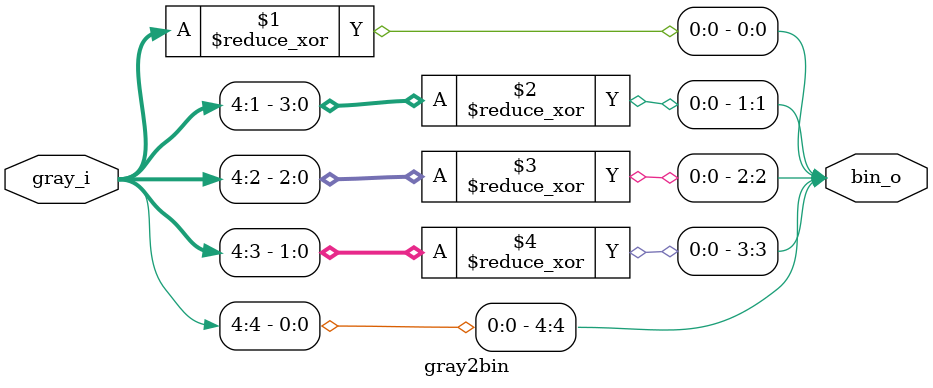
<source format=sv>
module gray2bin
  #(parameter width_p = 5) (
   // You must fill these in with width_p
   input logic [width_p-1 : 0] gray_i,
   output logic [width_p-1 : 0] bin_o
);

  // functionally passes but fails lint because of the for loop counting down
  // genvar i; 
  // generate
  //   for (i = width_p-2; i >= 0; i--) begin 
  //     assign bin_o[i] = gray_i[i] ^ bin_o[i+1];
  //   end
  // endgenerate
  // assign bin_o[width_p-1] = gray_i[width_p-1];

  genvar i;
  generate
    for (i = 0; i < width_p-1; i++) begin : gray2bin_loop
      assign bin_o[i] = ^(gray_i[width_p-1:i]);  
    end
  endgenerate
  assign bin_o[width_p-1] = gray_i[width_p-1];

endmodule

</source>
